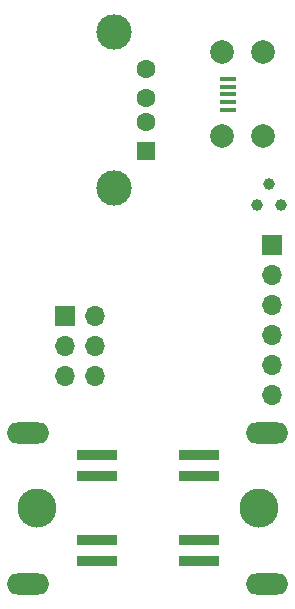
<source format=gbr>
%TF.GenerationSoftware,KiCad,Pcbnew,(5.1.9-16-g1737927814)-1*%
%TF.CreationDate,2021-08-21T21:41:48-05:00*%
%TF.ProjectId,adbuino,61646275-696e-46f2-9e6b-696361645f70,rev?*%
%TF.SameCoordinates,Original*%
%TF.FileFunction,Soldermask,Bot*%
%TF.FilePolarity,Negative*%
%FSLAX46Y46*%
G04 Gerber Fmt 4.6, Leading zero omitted, Abs format (unit mm)*
G04 Created by KiCad (PCBNEW (5.1.9-16-g1737927814)-1) date 2021-08-21 21:41:48*
%MOMM*%
%LPD*%
G01*
G04 APERTURE LIST*
%ADD10C,2.000000*%
%ADD11R,1.400000X0.400000*%
%ADD12C,1.000000*%
%ADD13O,1.700000X1.700000*%
%ADD14R,1.700000X1.700000*%
%ADD15R,3.500000X0.900000*%
%ADD16O,3.600000X1.800000*%
%ADD17C,3.316000*%
%ADD18C,1.600000*%
%ADD19R,1.500000X1.600000*%
%ADD20C,3.000000*%
G04 APERTURE END LIST*
D10*
%TO.C,J2*%
X43743000Y-28683000D03*
X43743000Y-35833000D03*
X47193000Y-35833000D03*
X47193000Y-28683000D03*
D11*
X44243000Y-33558000D03*
X44243000Y-32908000D03*
X44243000Y-32258000D03*
X44243000Y-31608000D03*
X44243000Y-30958000D03*
%TD*%
D12*
%TO.C,TP3*%
X46736000Y-41656000D03*
%TD*%
%TO.C,TP2*%
X48768000Y-41656000D03*
%TD*%
%TO.C,TP1*%
X47752000Y-39878000D03*
%TD*%
D13*
%TO.C,J6*%
X33020000Y-56134000D03*
X30480000Y-56134000D03*
X33020000Y-53594000D03*
X30480000Y-53594000D03*
X33020000Y-51054000D03*
D14*
X30480000Y-51054000D03*
%TD*%
D15*
%TO.C,J5*%
X33156000Y-62810000D03*
X33156000Y-64610000D03*
X33156000Y-70010000D03*
X33156000Y-71810000D03*
D16*
X27356000Y-73710000D03*
X27356000Y-60910000D03*
D17*
X28056000Y-67310000D03*
%TD*%
D15*
%TO.C,J4*%
X41774000Y-71810000D03*
X41774000Y-70010000D03*
X41774000Y-64610000D03*
X41774000Y-62810000D03*
D16*
X47574000Y-60910000D03*
X47574000Y-73710000D03*
D17*
X46874000Y-67310000D03*
%TD*%
D13*
%TO.C,J1*%
X48000000Y-57700000D03*
X48000000Y-55160000D03*
X48000000Y-52620000D03*
X48000000Y-50080000D03*
X48000000Y-47540000D03*
D14*
X48000000Y-45000000D03*
%TD*%
D18*
%TO.C,J3*%
X37338000Y-30084000D03*
X37338000Y-32584000D03*
X37338000Y-34584000D03*
D19*
X37338000Y-37084000D03*
D20*
X34628000Y-27014000D03*
X34628000Y-40154000D03*
%TD*%
M02*

</source>
